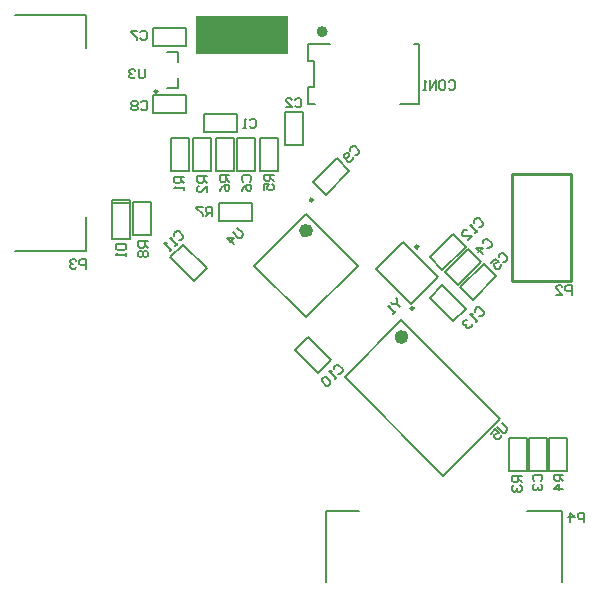
<source format=gbo>
G04 Layer_Color=32896*
%FSAX25Y25*%
%MOIN*%
G70*
G01*
G75*
%ADD10C,0.01969*%
%ADD15C,0.01000*%
%ADD40C,0.00984*%
%ADD42C,0.00787*%
%ADD67C,0.02362*%
%ADD68R,0.30906X0.12598*%
D10*
X0135617Y0279118D02*
G03*
X0135617Y0279118I-0000880J0000000D01*
G01*
D15*
X0198024Y0231559D02*
X0217709D01*
Y0196126D02*
Y0231559D01*
X0198024Y0196126D02*
Y0231559D01*
Y0196126D02*
X0217709D01*
D40*
X0166783Y0207465D02*
G03*
X0166783Y0207465I-0000492J0000000D01*
G01*
X0079874Y0259236D02*
G03*
X0079874Y0259236I-0000492J0000000D01*
G01*
X0131614Y0223088D02*
G03*
X0131614Y0223088I-0000492J0000000D01*
G01*
X0165229Y0186942D02*
G03*
X0165229Y0186942I-0000492J0000000D01*
G01*
D42*
X0071854Y0222217D02*
X0077854D01*
X0071854Y0211216D02*
Y0222217D01*
Y0211216D02*
X0077854D01*
Y0222217D01*
X0070571Y0210126D02*
Y0223126D01*
X0064571Y0210126D02*
X0070571D01*
X0064571D02*
Y0223126D01*
Y0222126D02*
X0070571D01*
X0064571Y0223126D02*
X0070571D01*
X0131980Y0260811D02*
Y0269276D01*
X0130012D02*
X0131980D01*
X0130012Y0260811D02*
X0131980D01*
X0130012Y0269276D02*
Y0275181D01*
Y0255102D02*
Y0260811D01*
Y0255102D02*
X0132374D01*
X0160721D02*
X0167020D01*
X0130012Y0275181D02*
X0137492D01*
X0165445D02*
X0167020D01*
Y0255102D02*
Y0275181D01*
X0161651Y0209103D02*
X0173344Y0197411D01*
X0152743Y0200195D02*
X0161651Y0209103D01*
X0152743Y0200195D02*
X0164435Y0188503D01*
X0173344Y0197411D01*
X0086862Y0269079D02*
Y0272228D01*
X0082925D02*
X0086862D01*
Y0260417D02*
Y0263567D01*
X0082925Y0260417D02*
X0086862D01*
X0078409Y0252102D02*
X0089409D01*
X0078409D02*
Y0258102D01*
X0089409D01*
Y0252102D02*
Y0258102D01*
X0078409Y0274346D02*
X0089409D01*
X0078409D02*
Y0280346D01*
X0089409D01*
Y0274346D02*
Y0280346D01*
X0095339Y0245606D02*
X0106339D01*
X0095339D02*
Y0251606D01*
X0106339D01*
Y0245606D02*
Y0251606D01*
X0128445Y0241531D02*
Y0252532D01*
X0122445Y0241531D02*
X0128445D01*
X0122445D02*
Y0252532D01*
X0128445D01*
X0203744Y0132870D02*
Y0143870D01*
X0209744D01*
Y0132870D02*
Y0143870D01*
X0203744Y0132870D02*
X0209744D01*
X0175734Y0199004D02*
X0183512Y0206782D01*
X0187754Y0202539D01*
X0179976Y0194761D02*
X0187754Y0202539D01*
X0175734Y0199004D02*
X0179976Y0194761D01*
X0180852Y0194083D02*
X0188630Y0201861D01*
X0192873Y0197618D01*
X0185094Y0189840D02*
X0192873Y0197618D01*
X0180852Y0194083D02*
X0185094Y0189840D01*
X0112500Y0232870D02*
Y0243870D01*
X0106500Y0232870D02*
X0112500D01*
X0106500D02*
Y0243870D01*
X0112500D01*
X0131836Y0229122D02*
X0139614Y0236900D01*
X0143857Y0232658D01*
X0136079Y0224879D02*
X0143857Y0232658D01*
X0131836Y0229122D02*
X0136079Y0224879D01*
X0125734Y0173209D02*
X0133512Y0165430D01*
X0125734Y0173209D02*
X0129976Y0177451D01*
X0137754Y0169673D01*
X0133512Y0165430D02*
X0137754Y0169673D01*
X0088441Y0208160D02*
X0096219Y0200382D01*
X0091976Y0196139D02*
X0096219Y0200382D01*
X0084198Y0203917D02*
X0091976Y0196139D01*
X0084198Y0203917D02*
X0088441Y0208160D01*
X0174858Y0199682D02*
X0182636Y0207461D01*
X0170616Y0203925D02*
X0174858Y0199682D01*
X0170616Y0203925D02*
X0178394Y0211703D01*
X0182636Y0207461D01*
X0170616Y0190335D02*
X0178394Y0182556D01*
X0170616Y0190335D02*
X0174858Y0194577D01*
X0182636Y0186799D01*
X0178394Y0182556D02*
X0182636Y0186799D01*
X0032531Y0205890D02*
X0056154D01*
Y0217307D01*
Y0273606D02*
Y0284630D01*
X0032531D02*
X0056154D01*
X0214618Y0095850D02*
Y0119472D01*
X0203201D02*
X0214618D01*
X0135878D02*
X0146902D01*
X0135878Y0095850D02*
Y0119472D01*
X0084256Y0232870D02*
Y0243870D01*
X0090256D01*
Y0232870D02*
Y0243870D01*
X0084256Y0232870D02*
X0090256D01*
X0091736D02*
Y0243870D01*
X0097736D01*
Y0232870D02*
Y0243870D01*
X0091736Y0232870D02*
X0097736D01*
X0203051Y0132870D02*
Y0143870D01*
X0197051Y0132870D02*
X0203051D01*
X0197051D02*
Y0143870D01*
X0203051D01*
X0216437Y0132870D02*
Y0143870D01*
X0210437Y0132870D02*
X0216437D01*
X0210437D02*
Y0143870D01*
X0216437D01*
X0113980Y0232870D02*
Y0243870D01*
X0119980D01*
Y0232870D02*
Y0243870D01*
X0113980Y0232870D02*
X0119980D01*
X0099217D02*
Y0243870D01*
X0105217D01*
Y0232870D02*
Y0243870D01*
X0099217Y0232870D02*
X0105217D01*
X0129382Y0183905D02*
X0146642Y0201165D01*
X0112122D02*
X0129382Y0218425D01*
X0112122Y0201165D02*
X0129382Y0183905D01*
Y0218425D02*
X0146642Y0201165D01*
X0100260Y0222079D02*
X0111260D01*
Y0216079D02*
Y0222079D01*
X0100260Y0216079D02*
X0111260D01*
X0100260D02*
Y0222079D01*
X0175121Y0131181D02*
X0194052Y0150111D01*
X0142271Y0164031D02*
X0161202Y0182961D01*
X0142271Y0164031D02*
X0175121Y0131181D01*
X0161202Y0182961D02*
X0194052Y0150111D01*
X0076626Y0209236D02*
X0073477D01*
Y0207662D01*
X0074002Y0207137D01*
X0075052D01*
X0075576Y0207662D01*
Y0209236D01*
Y0208187D02*
X0076626Y0207137D01*
X0074002Y0206088D02*
X0073477Y0205563D01*
Y0204513D01*
X0074002Y0203989D01*
X0074527D01*
X0075052Y0204513D01*
X0075576Y0203989D01*
X0076101D01*
X0076626Y0204513D01*
Y0205563D01*
X0076101Y0206088D01*
X0075576D01*
X0075052Y0205563D01*
X0074527Y0206088D01*
X0074002D01*
X0075052Y0205563D02*
Y0204513D01*
X0066194Y0208449D02*
X0069342D01*
Y0206874D01*
X0068818Y0206350D01*
X0066719D01*
X0066194Y0206874D01*
Y0208449D01*
X0069342Y0205300D02*
Y0204251D01*
Y0204775D01*
X0066194D01*
X0066719Y0205300D01*
X0176889Y0262451D02*
X0177414Y0262975D01*
X0178463D01*
X0178988Y0262451D01*
Y0260351D01*
X0178463Y0259827D01*
X0177414D01*
X0176889Y0260351D01*
X0174265Y0262975D02*
X0175315D01*
X0175840Y0262451D01*
Y0260351D01*
X0175315Y0259827D01*
X0174265D01*
X0173740Y0260351D01*
Y0262451D01*
X0174265Y0262975D01*
X0172691Y0259827D02*
Y0262975D01*
X0170592Y0259827D01*
Y0262975D01*
X0169542Y0259827D02*
X0168493D01*
X0169018D01*
Y0262975D01*
X0169542Y0262451D01*
X0217965Y0191520D02*
Y0194668D01*
X0216390D01*
X0215865Y0194143D01*
Y0193094D01*
X0216390Y0192569D01*
X0217965D01*
X0212717Y0191520D02*
X0214816D01*
X0212717Y0193619D01*
Y0194143D01*
X0213242Y0194668D01*
X0214291D01*
X0214816Y0194143D01*
X0159242Y0190400D02*
X0159613Y0190029D01*
Y0188544D01*
X0158129D01*
X0157758Y0188915D01*
X0159613Y0188544D02*
X0160726Y0187431D01*
X0159242Y0185947D02*
X0158500Y0185205D01*
X0158871Y0185576D01*
X0156645Y0187802D01*
X0157387Y0187802D01*
X0075642Y0266716D02*
Y0264092D01*
X0075117Y0263567D01*
X0074067D01*
X0073543Y0264092D01*
Y0266716D01*
X0072493Y0266191D02*
X0071968Y0266716D01*
X0070919D01*
X0070394Y0266191D01*
Y0265666D01*
X0070919Y0265141D01*
X0071444D01*
X0070919D01*
X0070394Y0264616D01*
Y0264092D01*
X0070919Y0263567D01*
X0071968D01*
X0072493Y0264092D01*
X0074330Y0255561D02*
X0074855Y0256086D01*
X0075904D01*
X0076429Y0255561D01*
Y0253462D01*
X0075904Y0252937D01*
X0074855D01*
X0074330Y0253462D01*
X0073281Y0255561D02*
X0072756Y0256086D01*
X0071706D01*
X0071181Y0255561D01*
Y0255036D01*
X0071706Y0254511D01*
X0071181Y0253987D01*
Y0253462D01*
X0071706Y0252937D01*
X0072756D01*
X0073281Y0253462D01*
Y0253987D01*
X0072756Y0254511D01*
X0073281Y0255036D01*
Y0255561D01*
X0072756Y0254511D02*
X0071706D01*
X0074133Y0278986D02*
X0074658Y0279511D01*
X0075708D01*
X0076232Y0278986D01*
Y0276887D01*
X0075708Y0276362D01*
X0074658D01*
X0074133Y0276887D01*
X0073084Y0279511D02*
X0070985D01*
Y0278986D01*
X0073084Y0276887D01*
Y0276362D01*
X0110550Y0249655D02*
X0111075Y0250180D01*
X0112125D01*
X0112650Y0249655D01*
Y0247556D01*
X0112125Y0247031D01*
X0111075D01*
X0110550Y0247556D01*
X0109501Y0247031D02*
X0108451D01*
X0108976D01*
Y0250180D01*
X0109501Y0249655D01*
X0125708Y0256545D02*
X0126233Y0257070D01*
X0127282D01*
X0127807Y0256545D01*
Y0254446D01*
X0127282Y0253921D01*
X0126233D01*
X0125708Y0254446D01*
X0122559Y0253921D02*
X0124659D01*
X0122559Y0256020D01*
Y0256545D01*
X0123084Y0257070D01*
X0124134D01*
X0124659Y0256545D01*
X0205498Y0129381D02*
X0204973Y0129906D01*
Y0130956D01*
X0205498Y0131480D01*
X0207597D01*
X0208122Y0130956D01*
Y0129906D01*
X0207597Y0129381D01*
X0205498Y0128332D02*
X0204973Y0127807D01*
Y0126757D01*
X0205498Y0126233D01*
X0206023D01*
X0206548Y0126757D01*
Y0127282D01*
Y0126757D01*
X0207072Y0126233D01*
X0207597D01*
X0208122Y0126757D01*
Y0127807D01*
X0207597Y0128332D01*
X0188247Y0208623D02*
Y0209365D01*
X0188989Y0210107D01*
X0189731Y0210107D01*
X0191216Y0208623D01*
Y0207881D01*
X0190473Y0207139D01*
X0189731Y0207139D01*
X0188247Y0204912D02*
X0186021Y0207139D01*
X0188247Y0207139D01*
X0186763Y0205655D01*
X0193562Y0203899D02*
Y0204641D01*
X0194304Y0205383D01*
X0195046Y0205383D01*
X0196530Y0203899D01*
Y0203156D01*
X0195788Y0202414D01*
X0195046Y0202414D01*
X0190964Y0202043D02*
X0192449Y0203527D01*
X0193562Y0202414D01*
X0192449Y0202043D01*
X0192078Y0201672D01*
Y0200930D01*
X0192820Y0200188D01*
X0193562Y0200188D01*
X0194304Y0200930D01*
Y0201672D01*
X0108451Y0229184D02*
X0107926Y0229709D01*
Y0230759D01*
X0108451Y0231283D01*
X0110550D01*
X0111075Y0230759D01*
Y0229709D01*
X0110550Y0229184D01*
X0107926Y0226036D02*
X0108451Y0227085D01*
X0109501Y0228135D01*
X0110550D01*
X0111075Y0227610D01*
Y0226560D01*
X0110550Y0226036D01*
X0110025D01*
X0109501Y0226560D01*
Y0228135D01*
X0144152Y0239528D02*
Y0240271D01*
X0144895Y0241013D01*
X0145637Y0241013D01*
X0147121Y0239528D01*
Y0238786D01*
X0146379Y0238044D01*
X0145637Y0238044D01*
X0144895Y0237302D02*
Y0236560D01*
X0144152Y0235818D01*
X0143410Y0235818D01*
X0141926Y0237302D01*
Y0238044D01*
X0142668Y0238786D01*
X0143410Y0238786D01*
X0143781Y0238415D01*
X0143781Y0237673D01*
X0142668Y0236560D01*
X0138641Y0166694D02*
Y0167436D01*
X0139383Y0168178D01*
X0140125Y0168178D01*
X0141609Y0166694D01*
Y0165952D01*
X0140867Y0165210D01*
X0140125Y0165210D01*
X0139754Y0164096D02*
X0139012Y0163354D01*
X0139383Y0163725D01*
X0137156Y0165952D01*
X0137899Y0165952D01*
X0136043Y0164096D02*
X0135301Y0164096D01*
X0134559Y0163354D01*
Y0162612D01*
X0136043Y0161128D01*
X0136785Y0161128D01*
X0137528Y0161870D01*
Y0162612D01*
X0136043Y0164096D01*
X0085491Y0211182D02*
Y0211924D01*
X0086233Y0212666D01*
X0086975Y0212666D01*
X0088460Y0211182D01*
Y0210440D01*
X0087717Y0209698D01*
X0086975Y0209698D01*
X0086604Y0208585D02*
X0085862Y0207842D01*
X0086233Y0208213D01*
X0084007Y0210440D01*
X0084749Y0210440D01*
Y0206729D02*
X0084007Y0205987D01*
X0084378Y0206358D01*
X0082152Y0208585D01*
X0082894Y0208585D01*
X0185491Y0215513D02*
Y0216255D01*
X0186233Y0216997D01*
X0186975Y0216997D01*
X0188460Y0215513D01*
Y0214771D01*
X0187717Y0214029D01*
X0186975Y0214029D01*
X0186604Y0212915D02*
X0185862Y0212173D01*
X0186233Y0212544D01*
X0184007Y0214771D01*
X0184749Y0214771D01*
X0183265Y0209576D02*
X0184749Y0211060D01*
X0181780D01*
X0181409Y0211431D01*
Y0212173D01*
X0182151Y0212915D01*
X0182894Y0212915D01*
X0185688Y0185788D02*
Y0186530D01*
X0186430Y0187273D01*
X0187172Y0187273D01*
X0188656Y0185788D01*
Y0185046D01*
X0187914Y0184304D01*
X0187172Y0184304D01*
X0186801Y0183191D02*
X0186059Y0182449D01*
X0186430Y0182820D01*
X0184204Y0185046D01*
X0184946Y0185046D01*
X0183090Y0183191D02*
X0182348Y0183191D01*
X0181606Y0182449D01*
Y0181707D01*
X0181977Y0181336D01*
X0182719D01*
X0183090Y0181707D01*
X0182719Y0181336D01*
Y0180593D01*
X0183090Y0180222D01*
X0183833Y0180222D01*
X0184575Y0180965D01*
Y0181707D01*
X0055957Y0200181D02*
Y0203330D01*
X0054382D01*
X0053858Y0202805D01*
Y0201755D01*
X0054382Y0201231D01*
X0055957D01*
X0052808Y0202805D02*
X0052283Y0203330D01*
X0051234D01*
X0050709Y0202805D01*
Y0202280D01*
X0051234Y0201755D01*
X0051759D01*
X0051234D01*
X0050709Y0201231D01*
Y0200706D01*
X0051234Y0200181D01*
X0052283D01*
X0052808Y0200706D01*
X0222098Y0115732D02*
Y0118881D01*
X0220524D01*
X0219999Y0118356D01*
Y0117306D01*
X0220524Y0116782D01*
X0222098D01*
X0217375Y0115732D02*
Y0118881D01*
X0218950Y0117306D01*
X0216851D01*
X0088634Y0230693D02*
X0085485D01*
Y0229119D01*
X0086010Y0228594D01*
X0087059D01*
X0087584Y0229119D01*
Y0230693D01*
Y0229643D02*
X0088634Y0228594D01*
Y0227544D02*
Y0226495D01*
Y0227020D01*
X0085485D01*
X0086010Y0227544D01*
X0096311Y0230890D02*
X0093162D01*
Y0229315D01*
X0093687Y0228791D01*
X0094737D01*
X0095262Y0229315D01*
Y0230890D01*
Y0229840D02*
X0096311Y0228791D01*
Y0225642D02*
Y0227741D01*
X0094212Y0225642D01*
X0093687D01*
X0093162Y0226167D01*
Y0227216D01*
X0093687Y0227741D01*
X0201232Y0131087D02*
X0198084D01*
Y0129512D01*
X0198608Y0128988D01*
X0199658D01*
X0200183Y0129512D01*
Y0131087D01*
Y0130037D02*
X0201232Y0128988D01*
X0198608Y0127938D02*
X0198084Y0127413D01*
Y0126364D01*
X0198608Y0125839D01*
X0199133D01*
X0199658Y0126364D01*
Y0126889D01*
Y0126364D01*
X0200183Y0125839D01*
X0200708D01*
X0201232Y0126364D01*
Y0127413D01*
X0200708Y0127938D01*
X0215209Y0131480D02*
X0212060D01*
Y0129906D01*
X0212585Y0129381D01*
X0213634D01*
X0214159Y0129906D01*
Y0131480D01*
Y0130431D02*
X0215209Y0129381D01*
Y0126757D02*
X0212060D01*
X0213634Y0128332D01*
Y0126233D01*
X0118555Y0231480D02*
X0115407D01*
Y0229906D01*
X0115931Y0229381D01*
X0116981D01*
X0117506Y0229906D01*
Y0231480D01*
Y0230431D02*
X0118555Y0229381D01*
X0115407Y0226233D02*
Y0228332D01*
X0116981D01*
X0116456Y0227282D01*
Y0226757D01*
X0116981Y0226233D01*
X0118030D01*
X0118555Y0226757D01*
Y0227807D01*
X0118030Y0228332D01*
X0103791Y0231283D02*
X0100643D01*
Y0229709D01*
X0101168Y0229184D01*
X0102217D01*
X0102742Y0229709D01*
Y0231283D01*
Y0230234D02*
X0103791Y0229184D01*
X0100643Y0226036D02*
X0101168Y0227085D01*
X0102217Y0228135D01*
X0103267D01*
X0103791Y0227610D01*
Y0226560D01*
X0103267Y0226036D01*
X0102742D01*
X0102217Y0226560D01*
Y0228135D01*
X0106486Y0213825D02*
X0108342Y0211969D01*
Y0211227D01*
X0107599Y0210485D01*
X0106857Y0210485D01*
X0105002Y0212340D01*
X0105373Y0208259D02*
X0103147Y0210485D01*
X0105373Y0210485D01*
X0103889Y0209001D01*
X0098083Y0217701D02*
Y0220849D01*
X0096508D01*
X0095984Y0220325D01*
Y0219275D01*
X0096508Y0218750D01*
X0098083D01*
X0097033D02*
X0095984Y0217701D01*
X0094934Y0220849D02*
X0092835D01*
Y0220325D01*
X0094934Y0218226D01*
Y0217701D01*
X0194675Y0148864D02*
X0196530Y0147009D01*
Y0146267D01*
X0195788Y0145525D01*
X0195046Y0145525D01*
X0193191Y0147380D01*
X0190964Y0145153D02*
X0192449Y0146638D01*
X0193562Y0145525D01*
X0192449Y0145153D01*
X0192078Y0144782D01*
Y0144040D01*
X0192820Y0143298D01*
X0193562Y0143298D01*
X0194304Y0144040D01*
Y0144782D01*
D67*
X0130563Y0212858D02*
G03*
X0130563Y0212858I-0001181J0000000D01*
G01*
X0162383Y0177393D02*
G03*
X0162383Y0177393I-0001181J0000000D01*
G01*
D68*
X0108024Y0277937D02*
D03*
M02*

</source>
